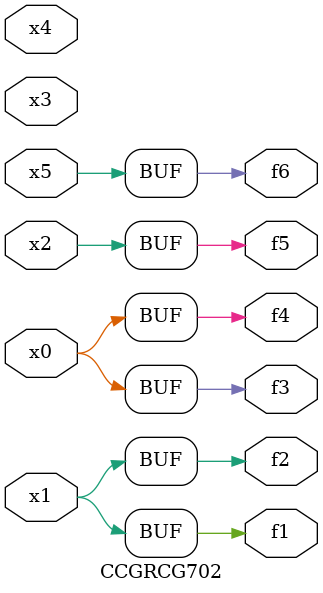
<source format=v>
module CCGRCG702(
	input x0, x1, x2, x3, x4, x5,
	output f1, f2, f3, f4, f5, f6
);
	assign f1 = x1;
	assign f2 = x1;
	assign f3 = x0;
	assign f4 = x0;
	assign f5 = x2;
	assign f6 = x5;
endmodule

</source>
